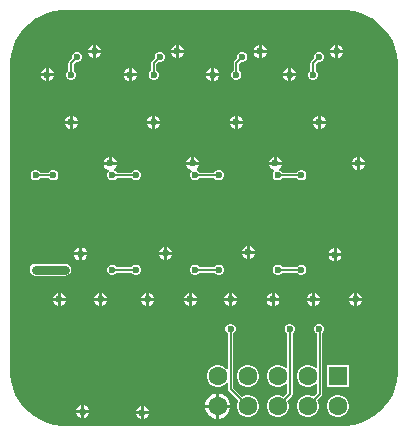
<source format=gbl>
G04*
G04 #@! TF.GenerationSoftware,Altium Limited,Altium Designer,24.5.2 (23)*
G04*
G04 Layer_Physical_Order=2*
G04 Layer_Color=16711680*
%FSLAX25Y25*%
%MOIN*%
G70*
G04*
G04 #@! TF.SameCoordinates,EE7ABEC0-FA62-49D2-8FE4-2AC88B8F3348*
G04*
G04*
G04 #@! TF.FilePolarity,Positive*
G04*
G01*
G75*
%ADD12C,0.00787*%
%ADD46C,0.02953*%
%ADD47C,0.00600*%
%ADD48R,0.06299X0.06299*%
%ADD49C,0.06299*%
%ADD50C,0.02362*%
G36*
X328416Y403145D02*
X330756Y402518D01*
X332995Y401591D01*
X335092Y400380D01*
X337015Y398905D01*
X338728Y397192D01*
X340202Y395270D01*
X341414Y393172D01*
X342341Y390934D01*
X342968Y388594D01*
X343284Y386192D01*
Y384980D01*
Y283465D01*
Y282253D01*
X342968Y279851D01*
X342341Y277511D01*
X341414Y275273D01*
X340202Y273175D01*
X338728Y271253D01*
X337015Y269540D01*
X335093Y268065D01*
X332995Y266854D01*
X330756Y265927D01*
X328416Y265300D01*
X326014Y264984D01*
X231072D01*
X228670Y265300D01*
X226330Y265927D01*
X224092Y266854D01*
X221994Y268065D01*
X220072Y269540D01*
X218359Y271253D01*
X216884Y273175D01*
X215673Y275273D01*
X214746Y277511D01*
X214119Y279851D01*
X213803Y282253D01*
Y283465D01*
Y384980D01*
Y386192D01*
X214119Y388594D01*
X214746Y390934D01*
X215673Y393172D01*
X216884Y395270D01*
X218359Y397192D01*
X220072Y398905D01*
X221994Y400380D01*
X224092Y401591D01*
X226330Y402518D01*
X228670Y403145D01*
X231072Y403461D01*
X326014D01*
X328416Y403145D01*
D02*
G37*
%LPC*%
G36*
X323335Y391917D02*
Y390264D01*
X324988D01*
X324684Y390999D01*
X324070Y391613D01*
X323335Y391917D01*
D02*
G37*
G36*
X322335D02*
X321599Y391613D01*
X320986Y390999D01*
X320681Y390264D01*
X322335D01*
Y391917D01*
D02*
G37*
G36*
X297744D02*
Y390264D01*
X299398D01*
X299093Y390999D01*
X298480Y391613D01*
X297744Y391917D01*
D02*
G37*
G36*
X296744D02*
X296009Y391613D01*
X295395Y390999D01*
X295090Y390264D01*
X296744D01*
Y391917D01*
D02*
G37*
G36*
X270185D02*
Y390264D01*
X271839D01*
X271534Y390999D01*
X270920Y391613D01*
X270185Y391917D01*
D02*
G37*
G36*
X269185D02*
X268450Y391613D01*
X267836Y390999D01*
X267531Y390264D01*
X269185D01*
Y391917D01*
D02*
G37*
G36*
X242626D02*
Y390264D01*
X244280D01*
X243975Y390999D01*
X243361Y391613D01*
X242626Y391917D01*
D02*
G37*
G36*
X241626D02*
X240891Y391613D01*
X240277Y390999D01*
X239972Y390264D01*
X241626D01*
Y391917D01*
D02*
G37*
G36*
X324988Y389264D02*
X323335D01*
Y387610D01*
X324070Y387915D01*
X324684Y388528D01*
X324988Y389264D01*
D02*
G37*
G36*
X322335D02*
X320681D01*
X320986Y388528D01*
X321599Y387915D01*
X322335Y387610D01*
Y389264D01*
D02*
G37*
G36*
X299398D02*
X297744D01*
Y387610D01*
X298480Y387915D01*
X299093Y388528D01*
X299398Y389264D01*
D02*
G37*
G36*
X296744D02*
X295090D01*
X295395Y388528D01*
X296009Y387915D01*
X296744Y387610D01*
Y389264D01*
D02*
G37*
G36*
X271839D02*
X270185D01*
Y387610D01*
X270920Y387915D01*
X271534Y388528D01*
X271839Y389264D01*
D02*
G37*
G36*
X269185D02*
X267531D01*
X267836Y388528D01*
X268450Y387915D01*
X269185Y387610D01*
Y389264D01*
D02*
G37*
G36*
X244280D02*
X242626D01*
Y387610D01*
X243361Y387915D01*
X243975Y388528D01*
X244280Y389264D01*
D02*
G37*
G36*
X241626D02*
X239972D01*
X240277Y388528D01*
X240891Y387915D01*
X241626Y387610D01*
Y389264D01*
D02*
G37*
G36*
X317264Y389476D02*
X316595D01*
X315977Y389220D01*
X315504Y388748D01*
X315248Y388130D01*
Y387461D01*
X315265Y387420D01*
X314316Y386471D01*
X314119Y386175D01*
X314049Y385827D01*
Y383332D01*
X314008Y383315D01*
X313535Y382842D01*
X313280Y382224D01*
Y381555D01*
X313535Y380938D01*
X314008Y380465D01*
X314626Y380209D01*
X315295D01*
X315913Y380465D01*
X316386Y380938D01*
X316642Y381555D01*
Y382224D01*
X316386Y382842D01*
X315913Y383315D01*
X315872Y383332D01*
Y385449D01*
X316554Y386131D01*
X316595Y386114D01*
X317264D01*
X317881Y386370D01*
X318354Y386843D01*
X318610Y387461D01*
Y388130D01*
X318354Y388748D01*
X317881Y389220D01*
X317264Y389476D01*
D02*
G37*
G36*
X291673D02*
X291004D01*
X290386Y389220D01*
X289913Y388748D01*
X289657Y388130D01*
Y387461D01*
X289674Y387420D01*
X288726Y386471D01*
X288528Y386175D01*
X288459Y385827D01*
Y383332D01*
X288418Y383315D01*
X287945Y382842D01*
X287689Y382224D01*
Y381555D01*
X287945Y380938D01*
X288418Y380465D01*
X289036Y380209D01*
X289704D01*
X290322Y380465D01*
X290795Y380938D01*
X291051Y381555D01*
Y382224D01*
X290795Y382842D01*
X290322Y383315D01*
X290281Y383332D01*
Y385449D01*
X290963Y386131D01*
X291004Y386114D01*
X291673D01*
X292291Y386370D01*
X292764Y386843D01*
X293020Y387461D01*
Y388130D01*
X292764Y388748D01*
X292291Y389220D01*
X291673Y389476D01*
D02*
G37*
G36*
X264114D02*
X263445D01*
X262827Y389220D01*
X262354Y388748D01*
X262098Y388130D01*
Y387461D01*
X262115Y387420D01*
X261167Y386471D01*
X260969Y386175D01*
X260900Y385827D01*
Y383332D01*
X260859Y383315D01*
X260386Y382842D01*
X260130Y382224D01*
Y381555D01*
X260386Y380938D01*
X260859Y380465D01*
X261477Y380209D01*
X262145D01*
X262763Y380465D01*
X263236Y380938D01*
X263492Y381555D01*
Y382224D01*
X263236Y382842D01*
X262763Y383315D01*
X262722Y383332D01*
Y385449D01*
X263404Y386131D01*
X263445Y386114D01*
X264114D01*
X264732Y386370D01*
X265205Y386843D01*
X265461Y387461D01*
Y388130D01*
X265205Y388748D01*
X264732Y389220D01*
X264114Y389476D01*
D02*
G37*
G36*
X236555D02*
X235886D01*
X235268Y389220D01*
X234795Y388748D01*
X234539Y388130D01*
Y387461D01*
X234556Y387420D01*
X233608Y386471D01*
X233410Y386175D01*
X233341Y385827D01*
Y383332D01*
X233300Y383315D01*
X232827Y382842D01*
X232571Y382224D01*
Y381555D01*
X232827Y380938D01*
X233300Y380465D01*
X233918Y380209D01*
X234586D01*
X235204Y380465D01*
X235677Y380938D01*
X235933Y381555D01*
Y382224D01*
X235677Y382842D01*
X235204Y383315D01*
X235163Y383332D01*
Y385449D01*
X235845Y386131D01*
X235886Y386114D01*
X236555D01*
X237173Y386370D01*
X237646Y386843D01*
X237902Y387461D01*
Y388130D01*
X237646Y388748D01*
X237173Y389220D01*
X236555Y389476D01*
D02*
G37*
G36*
X307587Y384044D02*
Y382390D01*
X309240D01*
X308936Y383125D01*
X308322Y383739D01*
X307587Y384044D01*
D02*
G37*
G36*
X306587D02*
X305851Y383739D01*
X305238Y383125D01*
X304933Y382390D01*
X306587D01*
Y384044D01*
D02*
G37*
G36*
X281996D02*
Y382390D01*
X283650D01*
X283345Y383125D01*
X282732Y383739D01*
X281996Y384044D01*
D02*
G37*
G36*
X280996D02*
X280261Y383739D01*
X279647Y383125D01*
X279342Y382390D01*
X280996D01*
Y384044D01*
D02*
G37*
G36*
X254437D02*
Y382390D01*
X256091D01*
X255786Y383125D01*
X255172Y383739D01*
X254437Y384044D01*
D02*
G37*
G36*
X253437D02*
X252701Y383739D01*
X252088Y383125D01*
X251783Y382390D01*
X253437D01*
Y384044D01*
D02*
G37*
G36*
X226878D02*
Y382390D01*
X228532D01*
X228227Y383125D01*
X227613Y383739D01*
X226878Y384044D01*
D02*
G37*
G36*
X225878D02*
X225143Y383739D01*
X224529Y383125D01*
X224224Y382390D01*
X225878D01*
Y384044D01*
D02*
G37*
G36*
X309240Y381390D02*
X307587D01*
Y379736D01*
X308322Y380041D01*
X308936Y380654D01*
X309240Y381390D01*
D02*
G37*
G36*
X306587D02*
X304933D01*
X305238Y380654D01*
X305851Y380041D01*
X306587Y379736D01*
Y381390D01*
D02*
G37*
G36*
X283650D02*
X281996D01*
Y379736D01*
X282732Y380041D01*
X283345Y380654D01*
X283650Y381390D01*
D02*
G37*
G36*
X280996D02*
X279342D01*
X279647Y380654D01*
X280261Y380041D01*
X280996Y379736D01*
Y381390D01*
D02*
G37*
G36*
X256091D02*
X254437D01*
Y379736D01*
X255172Y380041D01*
X255786Y380654D01*
X256091Y381390D01*
D02*
G37*
G36*
X253437D02*
X251783D01*
X252088Y380654D01*
X252701Y380041D01*
X253437Y379736D01*
Y381390D01*
D02*
G37*
G36*
X228532D02*
X226878D01*
Y379736D01*
X227613Y380041D01*
X228227Y380654D01*
X228532Y381390D01*
D02*
G37*
G36*
X225878D02*
X224224D01*
X224529Y380654D01*
X225143Y380041D01*
X225878Y379736D01*
Y381390D01*
D02*
G37*
G36*
X317429Y368295D02*
Y366642D01*
X319083D01*
X318778Y367377D01*
X318165Y367991D01*
X317429Y368295D01*
D02*
G37*
G36*
X316429D02*
X315694Y367991D01*
X315080Y367377D01*
X314775Y366642D01*
X316429D01*
Y368295D01*
D02*
G37*
G36*
X289870D02*
Y366642D01*
X291524D01*
X291219Y367377D01*
X290606Y367991D01*
X289870Y368295D01*
D02*
G37*
G36*
X288870D02*
X288135Y367991D01*
X287521Y367377D01*
X287216Y366642D01*
X288870D01*
Y368295D01*
D02*
G37*
G36*
X262311D02*
Y366642D01*
X263965D01*
X263660Y367377D01*
X263047Y367991D01*
X262311Y368295D01*
D02*
G37*
G36*
X261311D02*
X260576Y367991D01*
X259962Y367377D01*
X259657Y366642D01*
X261311D01*
Y368295D01*
D02*
G37*
G36*
X234752D02*
Y366642D01*
X236406D01*
X236101Y367377D01*
X235488Y367991D01*
X234752Y368295D01*
D02*
G37*
G36*
X233752D02*
X233016Y367991D01*
X232403Y367377D01*
X232098Y366642D01*
X233752D01*
Y368295D01*
D02*
G37*
G36*
X319083Y365642D02*
X317429D01*
Y363988D01*
X318165Y364293D01*
X318778Y364906D01*
X319083Y365642D01*
D02*
G37*
G36*
X316429D02*
X314775D01*
X315080Y364906D01*
X315694Y364293D01*
X316429Y363988D01*
Y365642D01*
D02*
G37*
G36*
X291524D02*
X289870D01*
Y363988D01*
X290606Y364293D01*
X291219Y364906D01*
X291524Y365642D01*
D02*
G37*
G36*
X288870D02*
X287216D01*
X287521Y364906D01*
X288135Y364293D01*
X288870Y363988D01*
Y365642D01*
D02*
G37*
G36*
X263965D02*
X262311D01*
Y363988D01*
X263047Y364293D01*
X263660Y364906D01*
X263965Y365642D01*
D02*
G37*
G36*
X261311D02*
X259657D01*
X259962Y364906D01*
X260576Y364293D01*
X261311Y363988D01*
Y365642D01*
D02*
G37*
G36*
X236406D02*
X234752D01*
Y363988D01*
X235488Y364293D01*
X236101Y364906D01*
X236406Y365642D01*
D02*
G37*
G36*
X233752D02*
X232098D01*
X232403Y364906D01*
X233016Y364293D01*
X233752Y363988D01*
Y365642D01*
D02*
G37*
G36*
X330421Y354516D02*
Y352862D01*
X332075D01*
X331770Y353598D01*
X331157Y354211D01*
X330421Y354516D01*
D02*
G37*
G36*
X329421D02*
X328686Y354211D01*
X328072Y353598D01*
X327768Y352862D01*
X329421D01*
Y354516D01*
D02*
G37*
G36*
X302862D02*
Y352862D01*
X304516D01*
X304211Y353598D01*
X303598Y354211D01*
X302862Y354516D01*
D02*
G37*
G36*
X301862D02*
X301127Y354211D01*
X300513Y353598D01*
X300208Y352862D01*
X301862D01*
Y354516D01*
D02*
G37*
G36*
X275303D02*
Y352862D01*
X276957D01*
X276652Y353598D01*
X276039Y354211D01*
X275303Y354516D01*
D02*
G37*
G36*
X274303D02*
X273568Y354211D01*
X272954Y353598D01*
X272649Y352862D01*
X274303D01*
Y354516D01*
D02*
G37*
G36*
X247744D02*
Y352862D01*
X249398D01*
X249093Y353598D01*
X248480Y354211D01*
X247744Y354516D01*
D02*
G37*
G36*
X246744D02*
X246009Y354211D01*
X245395Y353598D01*
X245090Y352862D01*
X246744D01*
Y354516D01*
D02*
G37*
G36*
X332075Y351862D02*
X330421D01*
Y350208D01*
X331157Y350513D01*
X331770Y351127D01*
X332075Y351862D01*
D02*
G37*
G36*
X329421D02*
X327768D01*
X328072Y351127D01*
X328686Y350513D01*
X329421Y350208D01*
Y351862D01*
D02*
G37*
G36*
X228681Y350106D02*
X228012D01*
X227394Y349850D01*
X226921Y349377D01*
X226904Y349336D01*
X223883D01*
X223866Y349377D01*
X223393Y349850D01*
X222775Y350106D01*
X222107D01*
X221489Y349850D01*
X221016Y349377D01*
X220760Y348760D01*
Y348091D01*
X221016Y347473D01*
X221489Y347000D01*
X222107Y346744D01*
X222775D01*
X223393Y347000D01*
X223866Y347473D01*
X223883Y347514D01*
X226904D01*
X226921Y347473D01*
X227394Y347000D01*
X228012Y346744D01*
X228681D01*
X229299Y347000D01*
X229772Y347473D01*
X230028Y348091D01*
Y348760D01*
X229772Y349377D01*
X229299Y349850D01*
X228681Y350106D01*
D02*
G37*
G36*
X304516Y351862D02*
X300208D01*
X300513Y351127D01*
X301127Y350513D01*
X301858Y350210D01*
X301980Y349923D01*
X302028Y349681D01*
X301724Y349377D01*
X301468Y348760D01*
Y348091D01*
X301724Y347473D01*
X302197Y347000D01*
X302815Y346744D01*
X303484D01*
X304102Y347000D01*
X304575Y347473D01*
X304592Y347514D01*
X309581D01*
X309598Y347473D01*
X310071Y347000D01*
X310689Y346744D01*
X311358D01*
X311976Y347000D01*
X312449Y347473D01*
X312705Y348091D01*
Y348760D01*
X312449Y349377D01*
X311976Y349850D01*
X311358Y350106D01*
X310689D01*
X310071Y349850D01*
X309598Y349377D01*
X309581Y349336D01*
X304592D01*
X304575Y349377D01*
X304102Y349850D01*
X303703Y350016D01*
X303653Y350252D01*
X303653Y350568D01*
X304211Y351127D01*
X304516Y351862D01*
D02*
G37*
G36*
X276957D02*
X272649D01*
X272954Y351127D01*
X273568Y350513D01*
X274300Y350210D01*
X274421Y349923D01*
X274469Y349681D01*
X274165Y349377D01*
X273909Y348760D01*
Y348091D01*
X274165Y347473D01*
X274638Y347000D01*
X275256Y346744D01*
X275925D01*
X276543Y347000D01*
X277016Y347473D01*
X277033Y347514D01*
X282022D01*
X282039Y347473D01*
X282512Y347000D01*
X283130Y346744D01*
X283799D01*
X284417Y347000D01*
X284890Y347473D01*
X285146Y348091D01*
Y348760D01*
X284890Y349377D01*
X284417Y349850D01*
X283799Y350106D01*
X283130D01*
X282512Y349850D01*
X282039Y349377D01*
X282022Y349336D01*
X277033D01*
X277016Y349377D01*
X276543Y349850D01*
X276144Y350016D01*
X276094Y350252D01*
X276094Y350568D01*
X276652Y351127D01*
X276957Y351862D01*
D02*
G37*
G36*
X249398D02*
X245090D01*
X245395Y351127D01*
X246009Y350513D01*
X246740Y350210D01*
X246862Y349923D01*
X246910Y349681D01*
X246606Y349377D01*
X246350Y348760D01*
Y348091D01*
X246606Y347473D01*
X247079Y347000D01*
X247697Y346744D01*
X248366D01*
X248984Y347000D01*
X249457Y347473D01*
X249474Y347514D01*
X254463D01*
X254480Y347473D01*
X254953Y347000D01*
X255571Y346744D01*
X256240D01*
X256858Y347000D01*
X257331Y347473D01*
X257587Y348091D01*
Y348760D01*
X257331Y349377D01*
X256858Y349850D01*
X256240Y350106D01*
X255571D01*
X254953Y349850D01*
X254480Y349377D01*
X254463Y349336D01*
X249474D01*
X249457Y349377D01*
X248984Y349850D01*
X248585Y350016D01*
X248535Y350252D01*
X248535Y350568D01*
X249093Y351127D01*
X249398Y351862D01*
D02*
G37*
G36*
X293805Y324862D02*
Y323209D01*
X295459D01*
X295154Y323944D01*
X294541Y324558D01*
X293805Y324862D01*
D02*
G37*
G36*
X292805D02*
X292070Y324558D01*
X291456Y323944D01*
X291151Y323209D01*
X292805D01*
Y324862D01*
D02*
G37*
G36*
X266246Y324557D02*
Y322903D01*
X267900D01*
X267595Y323639D01*
X266982Y324253D01*
X266246Y324557D01*
D02*
G37*
G36*
X265246D02*
X264511Y324253D01*
X263897Y323639D01*
X263592Y322903D01*
X265246D01*
Y324557D01*
D02*
G37*
G36*
X237998Y324341D02*
Y322688D01*
X239651D01*
X239347Y323423D01*
X238733Y324037D01*
X237998Y324341D01*
D02*
G37*
G36*
X236998D02*
X236262Y324037D01*
X235649Y323423D01*
X235344Y322688D01*
X236998D01*
Y324341D01*
D02*
G37*
G36*
X322742Y324024D02*
Y322370D01*
X324396D01*
X324091Y323106D01*
X323478Y323719D01*
X322742Y324024D01*
D02*
G37*
G36*
X321742D02*
X321007Y323719D01*
X320393Y323106D01*
X320088Y322370D01*
X321742D01*
Y324024D01*
D02*
G37*
G36*
X295459Y322209D02*
X293805D01*
Y320555D01*
X294541Y320860D01*
X295154Y321473D01*
X295459Y322209D01*
D02*
G37*
G36*
X292805D02*
X291151D01*
X291456Y321473D01*
X292070Y320860D01*
X292805Y320555D01*
Y322209D01*
D02*
G37*
G36*
X267900Y321903D02*
X266246D01*
Y320250D01*
X266982Y320554D01*
X267595Y321168D01*
X267900Y321903D01*
D02*
G37*
G36*
X265246D02*
X263592D01*
X263897Y321168D01*
X264511Y320554D01*
X265246Y320250D01*
Y321903D01*
D02*
G37*
G36*
X239651Y321688D02*
X237998D01*
Y320034D01*
X238733Y320339D01*
X239347Y320952D01*
X239651Y321688D01*
D02*
G37*
G36*
X236998D02*
X235344D01*
X235649Y320952D01*
X236262Y320339D01*
X236998Y320034D01*
Y321688D01*
D02*
G37*
G36*
X324396Y321370D02*
X322742D01*
Y319716D01*
X323478Y320021D01*
X324091Y320635D01*
X324396Y321370D01*
D02*
G37*
G36*
X321742D02*
X320088D01*
X320393Y320635D01*
X321007Y320021D01*
X321742Y319716D01*
Y321370D01*
D02*
G37*
G36*
X311358Y318610D02*
X310689D01*
X310071Y318354D01*
X309598Y317881D01*
X309581Y317840D01*
X304592D01*
X304575Y317881D01*
X304102Y318354D01*
X303484Y318610D01*
X302815D01*
X302197Y318354D01*
X301724Y317881D01*
X301468Y317264D01*
Y316595D01*
X301724Y315977D01*
X302197Y315504D01*
X302815Y315248D01*
X303484D01*
X304102Y315504D01*
X304575Y315977D01*
X304592Y316018D01*
X309581D01*
X309598Y315977D01*
X310071Y315504D01*
X310689Y315248D01*
X311358D01*
X311976Y315504D01*
X312449Y315977D01*
X312705Y316595D01*
Y317264D01*
X312449Y317881D01*
X311976Y318354D01*
X311358Y318610D01*
D02*
G37*
G36*
X283799D02*
X283130D01*
X282512Y318354D01*
X282039Y317881D01*
X282022Y317840D01*
X277033D01*
X277016Y317881D01*
X276543Y318354D01*
X275925Y318610D01*
X275256D01*
X274638Y318354D01*
X274165Y317881D01*
X273909Y317264D01*
Y316595D01*
X274165Y315977D01*
X274638Y315504D01*
X275256Y315248D01*
X275925D01*
X276543Y315504D01*
X277016Y315977D01*
X277033Y316018D01*
X282022D01*
X282039Y315977D01*
X282512Y315504D01*
X283130Y315248D01*
X283799D01*
X284417Y315504D01*
X284890Y315977D01*
X285146Y316595D01*
Y317264D01*
X284890Y317881D01*
X284417Y318354D01*
X283799Y318610D01*
D02*
G37*
G36*
X256240D02*
X255571D01*
X254953Y318354D01*
X254480Y317881D01*
X254463Y317840D01*
X249474D01*
X249457Y317881D01*
X248984Y318354D01*
X248366Y318610D01*
X247697D01*
X247079Y318354D01*
X246606Y317881D01*
X246350Y317264D01*
Y316595D01*
X246606Y315977D01*
X247079Y315504D01*
X247697Y315248D01*
X248366D01*
X248984Y315504D01*
X249457Y315977D01*
X249474Y316018D01*
X254463D01*
X254480Y315977D01*
X254953Y315504D01*
X255571Y315248D01*
X256240D01*
X256858Y315504D01*
X257331Y315977D01*
X257587Y316595D01*
Y317264D01*
X257331Y317881D01*
X256858Y318354D01*
X256240Y318610D01*
D02*
G37*
G36*
X232283Y318944D02*
X222441D01*
X221670Y318791D01*
X221016Y318354D01*
X220579Y317700D01*
X220426Y316929D01*
X220579Y316158D01*
X221016Y315504D01*
X221670Y315067D01*
X222441Y314914D01*
X232283D01*
X233055Y315067D01*
X233708Y315504D01*
X234145Y316158D01*
X234299Y316929D01*
X234145Y317700D01*
X233708Y318354D01*
X233055Y318791D01*
X232283Y318944D01*
D02*
G37*
G36*
X329634Y309240D02*
Y307587D01*
X331288D01*
X330983Y308322D01*
X330369Y308936D01*
X329634Y309240D01*
D02*
G37*
G36*
X328634D02*
X327898Y308936D01*
X327285Y308322D01*
X326980Y307587D01*
X328634D01*
Y309240D01*
D02*
G37*
G36*
X315461D02*
Y307587D01*
X317114D01*
X316810Y308322D01*
X316196Y308936D01*
X315461Y309240D01*
D02*
G37*
G36*
X314461D02*
X313725Y308936D01*
X313112Y308322D01*
X312807Y307587D01*
X314461D01*
Y309240D01*
D02*
G37*
G36*
X302075D02*
Y307587D01*
X303729D01*
X303424Y308322D01*
X302810Y308936D01*
X302075Y309240D01*
D02*
G37*
G36*
X301075D02*
X300339Y308936D01*
X299726Y308322D01*
X299421Y307587D01*
X301075D01*
Y309240D01*
D02*
G37*
G36*
X287902D02*
Y307587D01*
X289555D01*
X289251Y308322D01*
X288637Y308936D01*
X287902Y309240D01*
D02*
G37*
G36*
X286902D02*
X286166Y308936D01*
X285553Y308322D01*
X285248Y307587D01*
X286902D01*
Y309240D01*
D02*
G37*
G36*
X274516D02*
Y307587D01*
X276169D01*
X275865Y308322D01*
X275251Y308936D01*
X274516Y309240D01*
D02*
G37*
G36*
X273516D02*
X272780Y308936D01*
X272167Y308322D01*
X271862Y307587D01*
X273516D01*
Y309240D01*
D02*
G37*
G36*
X260343D02*
Y307587D01*
X261996D01*
X261692Y308322D01*
X261078Y308936D01*
X260343Y309240D01*
D02*
G37*
G36*
X259343D02*
X258607Y308936D01*
X257994Y308322D01*
X257689Y307587D01*
X259343D01*
Y309240D01*
D02*
G37*
G36*
X244595D02*
Y307587D01*
X246248D01*
X245943Y308322D01*
X245330Y308936D01*
X244595Y309240D01*
D02*
G37*
G36*
X243595D02*
X242859Y308936D01*
X242245Y308322D01*
X241941Y307587D01*
X243595D01*
Y309240D01*
D02*
G37*
G36*
X230815D02*
Y307587D01*
X232469D01*
X232164Y308322D01*
X231551Y308936D01*
X230815Y309240D01*
D02*
G37*
G36*
X229815D02*
X229080Y308936D01*
X228466Y308322D01*
X228161Y307587D01*
X229815D01*
Y309240D01*
D02*
G37*
G36*
X331288Y306587D02*
X329634D01*
Y304933D01*
X330369Y305238D01*
X330983Y305851D01*
X331288Y306587D01*
D02*
G37*
G36*
X328634D02*
X326980D01*
X327285Y305851D01*
X327898Y305238D01*
X328634Y304933D01*
Y306587D01*
D02*
G37*
G36*
X317114D02*
X315461D01*
Y304933D01*
X316196Y305238D01*
X316810Y305851D01*
X317114Y306587D01*
D02*
G37*
G36*
X314461D02*
X312807D01*
X313112Y305851D01*
X313725Y305238D01*
X314461Y304933D01*
Y306587D01*
D02*
G37*
G36*
X303729D02*
X302075D01*
Y304933D01*
X302810Y305238D01*
X303424Y305851D01*
X303729Y306587D01*
D02*
G37*
G36*
X301075D02*
X299421D01*
X299726Y305851D01*
X300339Y305238D01*
X301075Y304933D01*
Y306587D01*
D02*
G37*
G36*
X289555D02*
X287902D01*
Y304933D01*
X288637Y305238D01*
X289251Y305851D01*
X289555Y306587D01*
D02*
G37*
G36*
X286902D02*
X285248D01*
X285553Y305851D01*
X286166Y305238D01*
X286902Y304933D01*
Y306587D01*
D02*
G37*
G36*
X276169D02*
X274516D01*
Y304933D01*
X275251Y305238D01*
X275865Y305851D01*
X276169Y306587D01*
D02*
G37*
G36*
X273516D02*
X271862D01*
X272167Y305851D01*
X272780Y305238D01*
X273516Y304933D01*
Y306587D01*
D02*
G37*
G36*
X261996D02*
X260343D01*
Y304933D01*
X261078Y305238D01*
X261692Y305851D01*
X261996Y306587D01*
D02*
G37*
G36*
X259343D02*
X257689D01*
X257994Y305851D01*
X258607Y305238D01*
X259343Y304933D01*
Y306587D01*
D02*
G37*
G36*
X246248D02*
X244595D01*
Y304933D01*
X245330Y305238D01*
X245943Y305851D01*
X246248Y306587D01*
D02*
G37*
G36*
X243595D02*
X241941D01*
X242245Y305851D01*
X242859Y305238D01*
X243595Y304933D01*
Y306587D01*
D02*
G37*
G36*
X232469D02*
X230815D01*
Y304933D01*
X231551Y305238D01*
X232164Y305851D01*
X232469Y306587D01*
D02*
G37*
G36*
X229815D02*
X228161D01*
X228466Y305851D01*
X229080Y305238D01*
X229815Y304933D01*
Y306587D01*
D02*
G37*
G36*
X307421Y298925D02*
X306752D01*
X306134Y298669D01*
X305662Y298196D01*
X305405Y297579D01*
Y296910D01*
X305662Y296292D01*
X306134Y295819D01*
X306282Y295758D01*
Y284232D01*
X305782Y284025D01*
X305391Y284417D01*
X304558Y284897D01*
X303630Y285146D01*
X302669D01*
X301741Y284897D01*
X300909Y284417D01*
X300229Y283737D01*
X299749Y282905D01*
X299500Y281977D01*
Y281016D01*
X299749Y280087D01*
X300229Y279255D01*
X300909Y278576D01*
X301741Y278095D01*
X302669Y277847D01*
X303630D01*
X304558Y278095D01*
X305391Y278576D01*
X305782Y278967D01*
X306282Y278760D01*
Y275917D01*
X305004Y274639D01*
X304558Y274897D01*
X303630Y275146D01*
X302669D01*
X301741Y274897D01*
X300909Y274416D01*
X300229Y273737D01*
X299749Y272905D01*
X299500Y271976D01*
Y271016D01*
X299749Y270087D01*
X300229Y269255D01*
X300909Y268576D01*
X301741Y268095D01*
X302669Y267846D01*
X303630D01*
X304558Y268095D01*
X305391Y268576D01*
X306070Y269255D01*
X306551Y270087D01*
X306799Y271016D01*
Y271976D01*
X306551Y272905D01*
X306293Y273351D01*
X307837Y274895D01*
X308035Y275191D01*
X308104Y275539D01*
Y295884D01*
X308512Y296292D01*
X308768Y296910D01*
Y297579D01*
X308512Y298196D01*
X308039Y298669D01*
X307421Y298925D01*
D02*
G37*
G36*
X317264D02*
X316595D01*
X315977Y298669D01*
X315504Y298196D01*
X315248Y297579D01*
Y296910D01*
X315504Y296292D01*
X315977Y295819D01*
X316284Y295692D01*
Y284231D01*
X315784Y284023D01*
X315390Y284417D01*
X314558Y284897D01*
X313630Y285146D01*
X312669D01*
X311741Y284897D01*
X310909Y284417D01*
X310229Y283737D01*
X309749Y282905D01*
X309500Y281977D01*
Y281016D01*
X309749Y280087D01*
X310229Y279255D01*
X310909Y278576D01*
X311741Y278095D01*
X312669Y277847D01*
X313630D01*
X314558Y278095D01*
X315390Y278576D01*
X315784Y278969D01*
X316284Y278762D01*
Y275783D01*
X315090Y274590D01*
X314558Y274897D01*
X313630Y275146D01*
X312669D01*
X311741Y274897D01*
X310909Y274416D01*
X310229Y273737D01*
X309749Y272905D01*
X309500Y271976D01*
Y271016D01*
X309749Y270087D01*
X310229Y269255D01*
X310909Y268576D01*
X311741Y268095D01*
X312669Y267846D01*
X313630D01*
X314558Y268095D01*
X315390Y268576D01*
X316070Y269255D01*
X316550Y270087D01*
X316799Y271016D01*
Y271976D01*
X316550Y272905D01*
X316244Y273436D01*
X317676Y274869D01*
X317676Y274869D01*
X317853Y275133D01*
X317915Y275446D01*
Y295852D01*
X318354Y296292D01*
X318610Y296910D01*
Y297579D01*
X318354Y298196D01*
X317881Y298669D01*
X317264Y298925D01*
D02*
G37*
G36*
X287736D02*
X287067D01*
X286449Y298669D01*
X285976Y298196D01*
X285720Y297579D01*
Y296910D01*
X285976Y296292D01*
X286449Y295819D01*
X286490Y295802D01*
Y283929D01*
X285990Y283817D01*
X285390Y284417D01*
X284558Y284897D01*
X283630Y285146D01*
X282669D01*
X281741Y284897D01*
X280909Y284417D01*
X280229Y283737D01*
X279749Y282905D01*
X279500Y281977D01*
Y281016D01*
X279749Y280087D01*
X280229Y279255D01*
X280909Y278576D01*
X281741Y278095D01*
X282669Y277847D01*
X283630D01*
X284558Y278095D01*
X285390Y278576D01*
X285990Y279175D01*
X286490Y279063D01*
Y277244D01*
X286560Y276895D01*
X286757Y276600D01*
X290006Y273351D01*
X289749Y272905D01*
X289500Y271976D01*
Y271016D01*
X289749Y270087D01*
X290229Y269255D01*
X290909Y268576D01*
X291741Y268095D01*
X292669Y267846D01*
X293630D01*
X294558Y268095D01*
X295391Y268576D01*
X296070Y269255D01*
X296550Y270087D01*
X296799Y271016D01*
Y271976D01*
X296550Y272905D01*
X296070Y273737D01*
X295391Y274416D01*
X294558Y274897D01*
X293630Y275146D01*
X292669D01*
X291741Y274897D01*
X291295Y274639D01*
X288313Y277622D01*
Y295802D01*
X288354Y295819D01*
X288827Y296292D01*
X289083Y296910D01*
Y297579D01*
X288827Y298196D01*
X288354Y298669D01*
X287736Y298925D01*
D02*
G37*
G36*
X326799Y285146D02*
X319500D01*
Y277847D01*
X326799D01*
Y285146D01*
D02*
G37*
G36*
X293630D02*
X292669D01*
X291741Y284897D01*
X290909Y284417D01*
X290229Y283737D01*
X289749Y282905D01*
X289500Y281977D01*
Y281016D01*
X289749Y280087D01*
X290229Y279255D01*
X290909Y278576D01*
X291741Y278095D01*
X292669Y277847D01*
X293630D01*
X294558Y278095D01*
X295391Y278576D01*
X296070Y279255D01*
X296550Y280087D01*
X296799Y281016D01*
Y281977D01*
X296550Y282905D01*
X296070Y283737D01*
X295391Y284417D01*
X294558Y284897D01*
X293630Y285146D01*
D02*
G37*
G36*
X283696Y275646D02*
X283650D01*
Y271996D01*
X287299D01*
Y272042D01*
X287016Y273098D01*
X286470Y274044D01*
X285698Y274817D01*
X284751Y275363D01*
X283696Y275646D01*
D02*
G37*
G36*
X282650D02*
X282603D01*
X281548Y275363D01*
X280602Y274817D01*
X279829Y274044D01*
X279283Y273098D01*
X279000Y272042D01*
Y271996D01*
X282650D01*
Y275646D01*
D02*
G37*
G36*
X238689Y271839D02*
Y270185D01*
X240343D01*
X240038Y270920D01*
X239424Y271534D01*
X238689Y271839D01*
D02*
G37*
G36*
X237689D02*
X236953Y271534D01*
X236340Y270920D01*
X236035Y270185D01*
X237689D01*
Y271839D01*
D02*
G37*
G36*
X258545Y271469D02*
Y269815D01*
X260199D01*
X259894Y270551D01*
X259281Y271164D01*
X258545Y271469D01*
D02*
G37*
G36*
X257545D02*
X256810Y271164D01*
X256196Y270551D01*
X255892Y269815D01*
X257545D01*
Y271469D01*
D02*
G37*
G36*
X323630Y275146D02*
X322669D01*
X321741Y274897D01*
X320909Y274416D01*
X320229Y273737D01*
X319749Y272905D01*
X319500Y271976D01*
Y271016D01*
X319749Y270087D01*
X320229Y269255D01*
X320909Y268576D01*
X321741Y268095D01*
X322669Y267846D01*
X323630D01*
X324558Y268095D01*
X325391Y268576D01*
X326070Y269255D01*
X326551Y270087D01*
X326799Y271016D01*
Y271976D01*
X326551Y272905D01*
X326070Y273737D01*
X325391Y274416D01*
X324558Y274897D01*
X323630Y275146D01*
D02*
G37*
G36*
X240343Y269185D02*
X238689D01*
Y267531D01*
X239424Y267836D01*
X240038Y268449D01*
X240343Y269185D01*
D02*
G37*
G36*
X237689D02*
X236035D01*
X236340Y268449D01*
X236953Y267836D01*
X237689Y267531D01*
Y269185D01*
D02*
G37*
G36*
X287299Y270996D02*
X283650D01*
Y267347D01*
X283696D01*
X284751Y267629D01*
X285698Y268176D01*
X286470Y268948D01*
X287016Y269894D01*
X287299Y270950D01*
Y270996D01*
D02*
G37*
G36*
X282650D02*
X279000D01*
Y270950D01*
X279283Y269894D01*
X279829Y268948D01*
X280602Y268176D01*
X281548Y267629D01*
X282603Y267347D01*
X282650D01*
Y270996D01*
D02*
G37*
G36*
X260199Y268815D02*
X258545D01*
Y267161D01*
X259281Y267466D01*
X259894Y268080D01*
X260199Y268815D01*
D02*
G37*
G36*
X257545D02*
X255892D01*
X256196Y268080D01*
X256810Y267466D01*
X257545Y267161D01*
Y268815D01*
D02*
G37*
%LPD*%
D12*
X234252Y381890D02*
Y385827D01*
X236221Y387795D01*
X261811Y381890D02*
Y385827D01*
X263779Y387795D01*
X289370Y381890D02*
Y385827D01*
X291339Y387795D01*
X314961Y385827D02*
X316929Y387795D01*
X314961Y381890D02*
Y385827D01*
X248031Y316929D02*
X255906D01*
X303150D02*
X311024D01*
X275590D02*
X283465D01*
X303150Y348425D02*
X311024D01*
X275590D02*
X283465D01*
X248031D02*
X255906D01*
X222441D02*
X228346D01*
X287402Y277244D02*
Y297244D01*
Y277244D02*
X293150Y271496D01*
X303150D02*
X307193Y275539D01*
Y297138D01*
X307087Y297244D02*
X307193Y297138D01*
D46*
X222441Y316929D02*
X232283D01*
D47*
X317099Y275446D02*
Y297074D01*
X316929Y297244D02*
X317099Y297074D01*
X313150Y271496D02*
X317099Y275446D01*
D48*
X323150Y281496D02*
D03*
D49*
X313150D02*
D03*
X303150D02*
D03*
X293150D02*
D03*
X283150D02*
D03*
X323150Y271496D02*
D03*
X313150D02*
D03*
X303150D02*
D03*
X293150D02*
D03*
X283150D02*
D03*
D50*
X258045Y269315D02*
D03*
X234252Y381890D02*
D03*
X236221Y387795D02*
D03*
X261811Y381890D02*
D03*
X263779Y387795D02*
D03*
X289370Y381890D02*
D03*
X291339Y387795D02*
D03*
X316929D02*
D03*
X314961Y381890D02*
D03*
X248031Y316929D02*
D03*
X238189Y269685D02*
D03*
X314961Y307087D02*
D03*
X287402D02*
D03*
X259842D02*
D03*
X230315D02*
D03*
X311024Y316929D02*
D03*
X303150D02*
D03*
X283465D02*
D03*
X275590D02*
D03*
X255906D02*
D03*
X232283D02*
D03*
X222441D02*
D03*
X311024Y348425D02*
D03*
X303150D02*
D03*
X283465D02*
D03*
X275590D02*
D03*
X255906D02*
D03*
X274803Y352362D02*
D03*
X248031Y348425D02*
D03*
X222441D02*
D03*
X228346D02*
D03*
X287402Y297244D02*
D03*
X307087D02*
D03*
X316929D02*
D03*
X329134Y307087D02*
D03*
X274016D02*
D03*
X301575D02*
D03*
X244094D02*
D03*
X237498Y322188D02*
D03*
X265746Y322403D02*
D03*
X322242Y321870D02*
D03*
X293305Y322709D02*
D03*
X329921Y352362D02*
D03*
X316929Y366142D02*
D03*
X302362Y352362D02*
D03*
X289370Y366142D02*
D03*
X261811D02*
D03*
X234252D02*
D03*
X247244Y352362D02*
D03*
X322835Y389764D02*
D03*
X297244D02*
D03*
X269685D02*
D03*
X242126D02*
D03*
X307087Y381890D02*
D03*
X281496D02*
D03*
X253937D02*
D03*
X226378D02*
D03*
M02*

</source>
